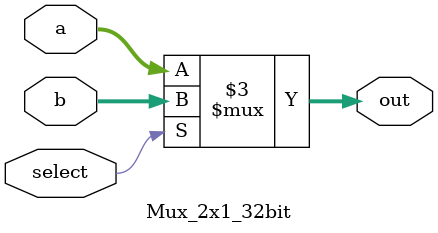
<source format=v>
`timescale 1ns / 1ps
module Mux_2x1_32bit(input wire [31:0] a, input wire [31:0] b, input wire select, output reg[31:0] out);
	always @(*)
	begin 
		if(select)
			out = b;
		else out = a;
	end
endmodule
</source>
